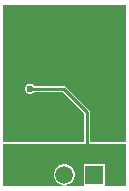
<source format=gbl>
G04*
G04 #@! TF.GenerationSoftware,Altium Limited,Altium Designer,21.0.9 (235)*
G04*
G04 Layer_Physical_Order=2*
G04 Layer_Color=16711680*
%FSLAX25Y25*%
%MOIN*%
G70*
G04*
G04 #@! TF.SameCoordinates,1D4A9721-F0F7-41EE-9C20-8A589661CF1D*
G04*
G04*
G04 #@! TF.FilePolarity,Positive*
G04*
G01*
G75*
%ADD13R,0.40158X0.22835*%
%ADD32C,0.01000*%
%ADD36C,0.05906*%
%ADD37R,0.05906X0.05906*%
%ADD38C,0.21654*%
%ADD39C,0.02362*%
G36*
X40945Y394D02*
X40782Y0D01*
X33963D01*
X33925Y484D01*
X33925Y500D01*
Y7390D01*
X27020D01*
Y500D01*
X27020Y484D01*
X26982Y0D01*
X20965D01*
X20927Y484D01*
X21805Y720D01*
X22592Y1174D01*
X23235Y1817D01*
X23690Y2604D01*
X23925Y3483D01*
Y4392D01*
X23690Y5270D01*
X23235Y6057D01*
X22592Y6700D01*
X21805Y7154D01*
X20927Y7390D01*
X20018D01*
X19140Y7154D01*
X18352Y6700D01*
X17710Y6057D01*
X17255Y5270D01*
X17020Y4392D01*
Y3483D01*
X17255Y2604D01*
X17710Y1817D01*
X18352Y1174D01*
X19140Y720D01*
X20018Y484D01*
X19980Y0D01*
X0D01*
Y14173D01*
X40945D01*
Y394D01*
D02*
G37*
G36*
Y14714D02*
X28972D01*
Y24803D01*
X28895Y25193D01*
X28674Y25524D01*
X20906Y33292D01*
X20575Y33513D01*
X20185Y33590D01*
X10307D01*
X9901Y33996D01*
X9283Y34252D01*
X8614D01*
X7997Y33996D01*
X7524Y33523D01*
X7268Y32905D01*
Y32236D01*
X7524Y31619D01*
X7997Y31146D01*
X8614Y30890D01*
X9283D01*
X9901Y31146D01*
X10307Y31551D01*
X19763D01*
X26933Y24381D01*
Y14714D01*
X0D01*
Y60630D01*
X40945D01*
Y14714D01*
D02*
G37*
D13*
X20472Y48858D02*
D03*
D32*
X20185Y32571D02*
X27953Y24803D01*
X8949Y32571D02*
X20185D01*
X27953Y12598D02*
Y24803D01*
D36*
X10472Y3937D02*
D03*
X20472D02*
D03*
D37*
X30472D02*
D03*
D38*
X20472Y48858D02*
D03*
D39*
Y58110D02*
D03*
X11220Y48858D02*
D03*
X20472Y39606D02*
D03*
X29724Y48858D02*
D03*
X27015Y55400D02*
D03*
X13930D02*
D03*
Y42316D02*
D03*
X27029Y42345D02*
D03*
X8949Y32571D02*
D03*
X17699Y22851D02*
D03*
X11138D02*
D03*
X14419D02*
D03*
X27953Y12598D02*
D03*
X38583D02*
D03*
Y9318D02*
D03*
Y6037D02*
D03*
Y2756D02*
D03*
X1575D02*
D03*
Y6037D02*
D03*
Y9318D02*
D03*
Y12598D02*
D03*
X1581Y19291D02*
D03*
Y16929D02*
D03*
M02*

</source>
